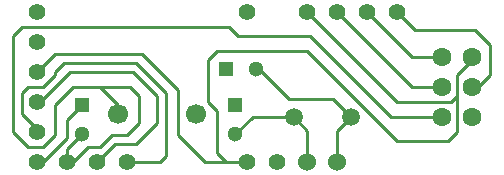
<source format=gtl>
G04 #@! TF.FileFunction,Copper,L1,Top,Signal*
%FSLAX46Y46*%
G04 Gerber Fmt 4.6, Leading zero omitted, Abs format (unit mm)*
G04 Created by KiCad (PCBNEW 4.0.0-rc2-stable) date Tue 17 Nov 2015 14:10:44 GMT*
%MOMM*%
G01*
G04 APERTURE LIST*
%ADD10C,0.100000*%
%ADD11C,1.400000*%
%ADD12C,1.501140*%
%ADD13C,1.524000*%
%ADD14C,1.600000*%
%ADD15C,1.700000*%
%ADD16R,1.300000X1.300000*%
%ADD17C,1.300000*%
%ADD18C,0.250000*%
G04 APERTURE END LIST*
D10*
D11*
X130810000Y-103632000D03*
X130810000Y-106172000D03*
X130810000Y-101092000D03*
X130810000Y-98552000D03*
X130810000Y-108712000D03*
X130810000Y-111252000D03*
D12*
X157380940Y-107442000D03*
X152499060Y-107442000D03*
D11*
X148590000Y-111252000D03*
X151130000Y-111252000D03*
X148590000Y-98552000D03*
X153670000Y-98552000D03*
X133350000Y-111252000D03*
X156210000Y-98552000D03*
X158750000Y-98552000D03*
X161290000Y-98552000D03*
X135890000Y-111252000D03*
X138430000Y-111252000D03*
D13*
X153670000Y-111252000D03*
X156210000Y-111252000D03*
D14*
X167640000Y-102362000D03*
X167640000Y-104902000D03*
X165100000Y-104902000D03*
X165100000Y-102362000D03*
X167640000Y-107442000D03*
X165100000Y-107442000D03*
D15*
X137668000Y-107188000D03*
X144272000Y-107188000D03*
D16*
X146812000Y-103378000D03*
D17*
X149312000Y-103378000D03*
D16*
X147574000Y-106426000D03*
D17*
X147574000Y-108926000D03*
D16*
X134620000Y-106426000D03*
D17*
X134620000Y-108926000D03*
D18*
X149312000Y-103378000D02*
X149606000Y-103378000D01*
X149606000Y-103378000D02*
X152146000Y-105918000D01*
X152146000Y-105918000D02*
X155856940Y-105918000D01*
X155856940Y-105918000D02*
X157380940Y-107442000D01*
X156210000Y-111252000D02*
X156210000Y-108612940D01*
X156210000Y-108612940D02*
X157380940Y-107442000D01*
X152499060Y-107442000D02*
X149058000Y-107442000D01*
X149058000Y-107442000D02*
X147574000Y-108926000D01*
X153670000Y-111252000D02*
X153670000Y-108612940D01*
X153670000Y-108612940D02*
X152499060Y-107442000D01*
X130810000Y-111252000D02*
X131318000Y-111252000D01*
X131318000Y-111252000D02*
X133350000Y-109220000D01*
X133350000Y-109220000D02*
X133350000Y-107696000D01*
X133350000Y-107696000D02*
X134620000Y-106426000D01*
X137668000Y-107188000D02*
X137668000Y-106426000D01*
X137668000Y-106426000D02*
X136144000Y-104902000D01*
X133350000Y-111252000D02*
X133858000Y-111252000D01*
X133858000Y-111252000D02*
X135128000Y-109982000D01*
X160782000Y-107442000D02*
X165100000Y-107442000D01*
X153924000Y-100584000D02*
X160782000Y-107442000D01*
X147828000Y-100584000D02*
X153924000Y-100584000D01*
X147066000Y-99822000D02*
X147828000Y-100584000D01*
X129540000Y-99822000D02*
X147066000Y-99822000D01*
X128778000Y-100584000D02*
X129540000Y-99822000D01*
X128778000Y-108712000D02*
X128778000Y-100584000D01*
X130048000Y-109982000D02*
X128778000Y-108712000D01*
X131318000Y-109982000D02*
X130048000Y-109982000D01*
X132334000Y-108966000D02*
X131318000Y-109982000D01*
X132334000Y-106426000D02*
X132334000Y-108966000D01*
X133858000Y-104902000D02*
X132334000Y-106426000D01*
X138684000Y-104902000D02*
X136144000Y-104902000D01*
X136144000Y-104902000D02*
X135636000Y-104902000D01*
X135636000Y-104902000D02*
X133858000Y-104902000D01*
X139446000Y-105664000D02*
X138684000Y-104902000D01*
X139446000Y-107950000D02*
X139446000Y-105664000D01*
X138430000Y-108966000D02*
X139446000Y-107950000D01*
X137160000Y-108966000D02*
X138430000Y-108966000D01*
X136144000Y-109982000D02*
X137160000Y-108966000D01*
X135128000Y-109982000D02*
X136144000Y-109982000D01*
X133350000Y-111252000D02*
X133350000Y-110196000D01*
X133350000Y-110196000D02*
X134620000Y-108926000D01*
X130810000Y-103632000D02*
X132334000Y-102108000D01*
X145034000Y-111252000D02*
X147066000Y-111252000D01*
X142748000Y-108966000D02*
X145034000Y-111252000D01*
X142748000Y-105156000D02*
X142748000Y-108966000D01*
X139700000Y-102108000D02*
X142748000Y-105156000D01*
X132334000Y-102108000D02*
X139700000Y-102108000D01*
X166370000Y-105410000D02*
X166370000Y-108712000D01*
X146050000Y-110490000D02*
X146812000Y-111252000D01*
X146050000Y-106934000D02*
X146050000Y-110490000D01*
X145288000Y-106172000D02*
X146050000Y-106934000D01*
X145288000Y-102616000D02*
X145288000Y-106172000D01*
X146050000Y-101854000D02*
X145288000Y-102616000D01*
X153670000Y-101854000D02*
X146050000Y-101854000D01*
X161290000Y-109474000D02*
X153670000Y-101854000D01*
X165608000Y-109474000D02*
X161290000Y-109474000D01*
X166370000Y-108712000D02*
X165608000Y-109474000D01*
X153670000Y-98552000D02*
X153924000Y-98552000D01*
X167640000Y-102362000D02*
X167640000Y-102616000D01*
X167640000Y-102616000D02*
X166370000Y-103886000D01*
X166370000Y-103886000D02*
X166370000Y-105410000D01*
X166370000Y-105410000D02*
X166370000Y-105664000D01*
X166370000Y-105664000D02*
X165862000Y-106172000D01*
X165862000Y-106172000D02*
X161290000Y-106172000D01*
X161290000Y-106172000D02*
X153670000Y-98552000D01*
X146812000Y-111252000D02*
X147066000Y-111252000D01*
X147066000Y-111252000D02*
X148590000Y-111252000D01*
X167640000Y-104902000D02*
X168148000Y-104902000D01*
X168148000Y-104902000D02*
X169164000Y-103886000D01*
X169164000Y-103886000D02*
X169164000Y-101346000D01*
X169164000Y-101346000D02*
X167894000Y-100076000D01*
X167894000Y-100076000D02*
X162814000Y-100076000D01*
X162814000Y-100076000D02*
X161290000Y-98552000D01*
X165100000Y-104902000D02*
X162560000Y-104902000D01*
X162560000Y-104902000D02*
X156210000Y-98552000D01*
X156210000Y-98552000D02*
X155702000Y-98552000D01*
X165100000Y-102362000D02*
X162560000Y-102362000D01*
X162560000Y-102362000D02*
X158750000Y-98552000D01*
X130810000Y-106172000D02*
X131064000Y-106172000D01*
X131064000Y-106172000D02*
X133604000Y-103632000D01*
X133604000Y-103632000D02*
X138938000Y-103632000D01*
X138938000Y-103632000D02*
X140970000Y-105664000D01*
X140970000Y-105664000D02*
X140970000Y-107950000D01*
X140970000Y-107950000D02*
X139192000Y-109728000D01*
X139192000Y-109728000D02*
X137414000Y-109728000D01*
X137414000Y-109728000D02*
X135890000Y-111252000D01*
X130810000Y-108712000D02*
X130810000Y-108458000D01*
X130810000Y-108458000D02*
X129540000Y-107188000D01*
X141224000Y-111252000D02*
X138430000Y-111252000D01*
X141732000Y-110744000D02*
X141224000Y-111252000D01*
X141732000Y-105410000D02*
X141732000Y-110744000D01*
X139192000Y-102870000D02*
X141732000Y-105410000D01*
X133096000Y-102870000D02*
X139192000Y-102870000D01*
X132334000Y-103632000D02*
X133096000Y-102870000D01*
X132334000Y-103886000D02*
X132334000Y-103632000D01*
X131318000Y-104902000D02*
X132334000Y-103886000D01*
X130048000Y-104902000D02*
X131318000Y-104902000D01*
X129540000Y-105410000D02*
X130048000Y-104902000D01*
X129540000Y-107188000D02*
X129540000Y-105410000D01*
X130810000Y-108712000D02*
X130556000Y-108712000D01*
M02*

</source>
